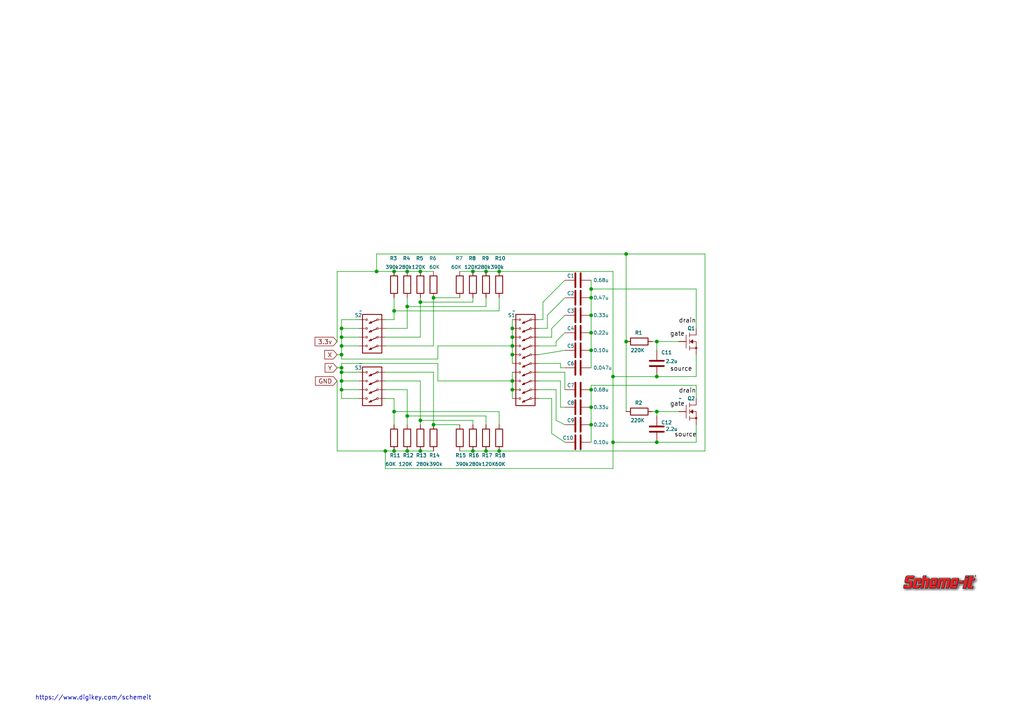
<source format=kicad_sch>
(kicad_sch (version 20211123) (generator eeschema)
  (paper "A4")
  (title_block (title "Open Heartbeat Module") (date "2022-10-12"))
  (lib_symbols
    (symbol "1738_DIP_4_OPEN_DIP_1" (pin_numbers hide) (pin_names (offset 1.016) hide)
      (property "Reference" "S2" (at 3.81 -5.08 0))
      (property "Value" "1738_DIP_4_OPEN_DIP_1" (at 3.81 -6.35 0))
      (symbol "1738_DIP_4_OPEN_DIP_1_1_1"
        (pin passive line (at -3.81 3.81 0) (length 1.8288) (name "~") (number "1"))
        (pin passive line (at -3.81 1.27 0) (length 1.8288) (name "~") (number "2"))
        (pin passive line (at -3.81 -1.27 0) (length 1.8288) (name "~") (number "3"))
        (pin passive line (at -3.81 -3.81 0) (length 1.8288) (name "~") (number "4"))
        (pin passive line (at 3.81 -3.81 180) (length 1.651) (name "~") (number "5"))
        (pin passive line (at 3.81 -1.27 180) (length 1.651) (name "~") (number "6"))
        (pin passive line (at 3.81 1.27 180) (length 1.651) (name "~") (number "7"))
        (pin passive line (at 3.81 3.81 180) (length 1.651) (name "~") (number "8"))
      )
    )
    (symbol "Device:C" (pin_numbers hide) (pin_names (offset 0.254))
      (property "Reference" "C" (at 0.635 2.54 0))
      (property "Value" "C" (at 0.635 -2.54 0))
      (symbol "C_1_1"
        (pin passive line (at 0 3.81 270) (length 2.794) (name "~") (number "1"))
        (pin passive line (at 0 -3.81 90) (length 2.794) (name "~") (number "2"))
      )
    )
    (symbol "Device:R" (pin_numbers hide) (pin_names (offset 0))
      (property "Reference" "R" (at 2.032 0 90))
      (property "Value" "R" (at 0 0 90))
      (symbol "R_1_1"
        (pin passive line (at 0 3.81 270) (length 1.27) (name "~") (number "1"))
        (pin passive line (at 0 -3.81 90) (length 1.27) (name "~") (number "2"))
      )
    )
    (symbol "schemeit-project:1297_N_CH_ENH_1" (pin_numbers hide) (pin_names (offset 1.016) hide)
      (property "Reference" "U" (at -2.54 3.81 0))
      (property "Value" "1297_N_CH_ENH_1" (at 0 -3.81 0))
      (symbol "1297_N_CH_ENH_1_1_1"
        (pin passive line (at 1.905 3.81 270) (length 1.8542) (name "~") (number "1"))
        (pin passive line (at 1.905 -3.81 90) (length 1.27) (name "~") (number "2"))
        (pin passive line (at -3.175 0 0) (length 2.032) (name "~") (number "3"))
      )
    )
    (symbol "schemeit-project:1738_DIP_4_OPEN_DIP" (pin_numbers hide) (pin_names (offset 1.016) hide)
      (property "Reference" "S3" (at 3.81 -5.08 0))
      (property "Value" "~" (at 3.81 -6.35 0))
      (symbol "1738_DIP_4_OPEN_DIP_1_1"
        (pin passive line (at -3.81 3.81 0) (length 1.8288) (name "~") (number "1"))
        (pin passive line (at -3.81 1.27 0) (length 1.8288) (name "~") (number "2"))
        (pin passive line (at -3.81 -1.27 0) (length 1.8288) (name "~") (number "3"))
        (pin passive line (at -3.81 -3.81 0) (length 1.8288) (name "~") (number "4"))
        (pin passive line (at 3.81 -3.81 180) (length 1.651) (name "~") (number "5"))
        (pin passive line (at 3.81 -1.27 180) (length 1.651) (name "~") (number "6"))
        (pin passive line (at 3.81 1.27 180) (length 1.651) (name "~") (number "7"))
        (pin passive line (at 3.81 3.81 180) (length 1.651) (name "~") (number "8"))
      )
    )
    (symbol "schemeit-project:1744_DIP_10_OPEN_DIP" (pin_numbers hide) (pin_names (offset 1.016) hide)
      (property "Reference" "S1" (at 3.81 -12.7 0))
      (property "Value" "~" (at 3.81 -13.97 0))
      (symbol "1744_DIP_10_OPEN_DIP_1_1"
        (pin passive line (at -3.81 11.43 0) (length 1.8288) (name "~") (number "1"))
        (pin passive line (at -3.81 -11.43 0) (length 1.8288) (name "~") (number "10"))
        (pin passive line (at 3.81 -11.43 180) (length 1.651) (name "~") (number "11"))
        (pin passive line (at 3.81 -8.89 180) (length 1.651) (name "~") (number "12"))
        (pin passive line (at 3.81 -6.35 180) (length 1.651) (name "~") (number "13"))
        (pin passive line (at 3.81 -3.81 180) (length 1.651) (name "~") (number "14"))
        (pin passive line (at 3.81 -1.27 180) (length 1.651) (name "~") (number "15"))
        (pin passive line (at 3.81 1.27 180) (length 1.651) (name "~") (number "16"))
        (pin passive line (at 3.81 3.81 180) (length 1.651) (name "~") (number "17"))
        (pin passive line (at 3.81 6.35 180) (length 1.651) (name "~") (number "18"))
        (pin passive line (at 3.81 8.89 180) (length 1.651) (name "~") (number "19"))
        (pin passive line (at -3.81 8.89 0) (length 1.8288) (name "~") (number "2"))
        (pin passive line (at 3.81 11.43 180) (length 1.651) (name "~") (number "20"))
        (pin passive line (at -3.81 6.35 0) (length 1.8288) (name "~") (number "3"))
        (pin passive line (at -3.81 3.81 0) (length 1.8288) (name "~") (number "4"))
        (pin passive line (at -3.81 1.27 0) (length 1.8288) (name "~") (number "5"))
        (pin passive line (at -3.81 -1.27 0) (length 1.8288) (name "~") (number "6"))
        (pin passive line (at -3.81 -3.81 0) (length 1.8288) (name "~") (number "7"))
        (pin passive line (at -3.81 -6.35 0) (length 1.8288) (name "~") (number "8"))
        (pin passive line (at -3.81 -8.89 0) (length 1.8288) (name "~") (number "9"))
      )
    )
  )
  (junction (at 140.97 130.81))
  (junction (at 148.59 102.87))
  (junction (at 190.5 119.38))
  (junction (at 177.8 128.27))
  (junction (at 190.5 99.06))
  (junction (at 114.3 130.81))
  (junction (at 125.73 86.36))
  (junction (at 171.45 118.11))
  (junction (at 177.8 109.22))
  (junction (at 99.06 97.79))
  (junction (at 137.16 130.81))
  (junction (at 148.59 100.33))
  (junction (at 99.06 102.87))
  (junction (at 171.45 91.44))
  (junction (at 99.06 106.68))
  (junction (at 99.06 100.33))
  (junction (at 118.11 78.74))
  (junction (at 171.45 96.52))
  (junction (at 190.5 109.22))
  (junction (at 181.61 99.06))
  (junction (at 121.92 78.74))
  (junction (at 140.97 78.74))
  (junction (at 99.06 95.25))
  (junction (at 137.16 78.74))
  (junction (at 114.3 78.74))
  (junction (at 190.5 128.27))
  (junction (at 148.59 113.03))
  (junction (at 144.78 78.74))
  (junction (at 148.59 110.49))
  (junction (at 99.06 107.95))
  (junction (at 171.45 86.36))
  (junction (at 118.11 120.65))
  (junction (at 114.3 119.38))
  (junction (at 148.59 95.25))
  (junction (at 171.45 101.6))
  (junction (at 171.45 83.82))
  (junction (at 109.22 78.74))
  (junction (at 121.92 121.92))
  (junction (at 171.45 113.03))
  (junction (at 181.61 73.66))
  (junction (at 99.06 110.49))
  (junction (at 148.59 97.79))
  (junction (at 111.76 130.81))
  (junction (at 99.06 113.03))
  (junction (at 125.73 123.19))
  (junction (at 171.45 123.19))
  (junction (at 118.11 88.9))
  (junction (at 118.11 130.81))
  (junction (at 121.92 130.81))
  (junction (at 121.92 87.63))
  (junction (at 114.3 90.17))
  (junction (at 144.78 130.81))
  (wire (pts (xy 97.79 99.06) (xy 97.79 78.74)))
  (wire (pts (xy 137.16 121.92) (xy 137.16 123.19)))
  (wire (pts (xy 97.79 110.49) (xy 97.79 130.81)))
  (wire (pts (xy 104.14 95.25) (xy 99.06 95.25)))
  (wire (pts (xy 190.5 109.22) (xy 177.8 109.22)))
  (wire (pts (xy 163.83 91.44) (xy 160.02 95.25)))
  (wire (pts (xy 171.45 91.44) (xy 171.45 96.52)))
  (wire (pts (xy 114.3 115.57) (xy 114.3 119.38)))
  (wire (pts (xy 99.06 104.14) (xy 99.06 102.87)))
  (wire (pts (xy 111.76 107.95) (xy 125.73 107.95)))
  (wire (pts (xy 114.3 92.71) (xy 114.3 90.17)))
  (wire (pts (xy 111.76 113.03) (xy 118.11 113.03)))
  (wire (pts (xy 157.48 87.63) (xy 163.83 81.28)))
  (wire (pts (xy 201.93 109.22) (xy 190.5 109.22)))
  (wire (pts (xy 99.06 97.79) (xy 99.06 95.25)))
  (wire (pts (xy 118.11 86.36) (xy 118.11 88.9)))
  (wire (pts (xy 201.93 102.87) (xy 201.93 109.22)))
  (wire (pts (xy 190.5 119.38) (xy 189.23 119.38)))
  (wire (pts (xy 99.06 95.25) (xy 99.06 92.71)))
  (wire (pts (xy 162.56 110.49) (xy 156.21 110.49)))
  (wire (pts (xy 99.06 115.57) (xy 104.14 115.57)))
  (wire (pts (xy 201.93 95.25) (xy 201.93 83.82)))
  (wire (pts (xy 171.45 81.28) (xy 171.45 83.82)))
  (wire (pts (xy 140.97 88.9) (xy 140.97 86.36)))
  (wire (pts (xy 162.56 118.11) (xy 162.56 110.49)))
  (wire (pts (xy 118.11 88.9) (xy 140.97 88.9)))
  (wire (pts (xy 133.35 130.81) (xy 137.16 130.81)))
  (wire (pts (xy 158.75 95.25) (xy 156.21 95.25)))
  (wire (pts (xy 162.56 106.68) (xy 162.56 105.41)))
  (wire (pts (xy 163.83 106.68) (xy 162.56 106.68)))
  (wire (pts (xy 127 104.14) (xy 99.06 104.14)))
  (wire (pts (xy 163.83 96.52) (xy 161.29 99.06)))
  (wire (pts (xy 148.59 92.71) (xy 148.59 95.25)))
  (wire (pts (xy 104.14 110.49) (xy 99.06 110.49)))
  (wire (pts (xy 104.14 113.03) (xy 99.06 113.03)))
  (wire (pts (xy 201.93 123.19) (xy 201.93 128.27)))
  (wire (pts (xy 125.73 100.33) (xy 125.73 86.36)))
  (wire (pts (xy 171.45 86.36) (xy 171.45 91.44)))
  (wire (pts (xy 163.83 107.95) (xy 156.21 107.95)))
  (wire (pts (xy 125.73 86.36) (xy 133.35 86.36)))
  (wire (pts (xy 157.48 92.71) (xy 157.48 87.63)))
  (wire (pts (xy 127 100.33) (xy 127 104.14)))
  (wire (pts (xy 148.59 115.57) (xy 148.59 113.03)))
  (wire (pts (xy 111.76 92.71) (xy 114.3 92.71)))
  (wire (pts (xy 163.83 101.6) (xy 156.21 102.87)))
  (wire (pts (xy 148.59 100.33) (xy 127 100.33)))
  (wire (pts (xy 121.92 110.49) (xy 121.92 121.92)))
  (wire (pts (xy 133.35 78.74) (xy 137.16 78.74)))
  (wire (pts (xy 171.45 113.03) (xy 171.45 118.11)))
  (wire (pts (xy 104.14 107.95) (xy 99.06 107.95)))
  (wire (pts (xy 190.5 99.06) (xy 190.5 101.6)))
  (wire (pts (xy 163.83 128.27) (xy 160.02 125.73)))
  (wire (pts (xy 137.16 87.63) (xy 121.92 87.63)))
  (wire (pts (xy 114.3 90.17) (xy 114.3 86.36)))
  (wire (pts (xy 118.11 130.81) (xy 121.92 130.81)))
  (wire (pts (xy 125.73 130.81) (xy 121.92 130.81)))
  (wire (pts (xy 99.06 110.49) (xy 99.06 113.03)))
  (wire (pts (xy 144.78 78.74) (xy 177.8 78.74)))
  (wire (pts (xy 137.16 78.74) (xy 140.97 78.74)))
  (wire (pts (xy 99.06 113.03) (xy 99.06 115.57)))
  (wire (pts (xy 204.47 73.66) (xy 204.47 130.81)))
  (wire (pts (xy 148.59 102.87) (xy 148.59 100.33)))
  (wire (pts (xy 161.29 121.92) (xy 163.83 123.19)))
  (wire (pts (xy 190.5 128.27) (xy 177.8 128.27)))
  (wire (pts (xy 99.06 105.41) (xy 99.06 106.68)))
  (wire (pts (xy 118.11 113.03) (xy 118.11 120.65)))
  (wire (pts (xy 137.16 86.36) (xy 137.16 87.63)))
  (wire (pts (xy 158.75 91.44) (xy 158.75 95.25)))
  (wire (pts (xy 171.45 101.6) (xy 171.45 106.68)))
  (wire (pts (xy 190.5 120.65) (xy 190.5 119.38)))
  (wire (pts (xy 171.45 118.11) (xy 171.45 123.19)))
  (wire (pts (xy 118.11 78.74) (xy 121.92 78.74)))
  (wire (pts (xy 111.76 135.89) (xy 111.76 130.81)))
  (wire (pts (xy 137.16 130.81) (xy 140.97 130.81)))
  (wire (pts (xy 163.83 118.11) (xy 162.56 118.11)))
  (wire (pts (xy 97.79 78.74) (xy 109.22 78.74)))
  (wire (pts (xy 177.8 135.89) (xy 111.76 135.89)))
  (wire (pts (xy 104.14 100.33) (xy 99.06 100.33)))
  (wire (pts (xy 121.92 87.63) (xy 121.92 86.36)))
  (wire (pts (xy 171.45 123.19) (xy 171.45 128.27)))
  (wire (pts (xy 121.92 121.92) (xy 137.16 121.92)))
  (wire (pts (xy 99.06 92.71) (xy 104.14 92.71)))
  (wire (pts (xy 160.02 97.79) (xy 156.21 97.79)))
  (wire (pts (xy 181.61 73.66) (xy 109.22 73.66)))
  (wire (pts (xy 114.3 123.19) (xy 114.3 119.38)))
  (wire (pts (xy 104.14 97.79) (xy 99.06 97.79)))
  (wire (pts (xy 121.92 97.79) (xy 121.92 87.63)))
  (wire (pts (xy 148.59 105.41) (xy 148.59 102.87)))
  (wire (pts (xy 162.56 105.41) (xy 156.21 105.41)))
  (wire (pts (xy 118.11 95.25) (xy 118.11 88.9)))
  (wire (pts (xy 125.73 107.95) (xy 125.73 123.19)))
  (wire (pts (xy 114.3 119.38) (xy 144.78 119.38)))
  (wire (pts (xy 201.93 115.57) (xy 201.93 111.76)))
  (wire (pts (xy 118.11 120.65) (xy 118.11 123.19)))
  (wire (pts (xy 156.21 92.71) (xy 157.48 92.71)))
  (wire (pts (xy 181.61 99.06) (xy 181.61 73.66)))
  (wire (pts (xy 201.93 111.76) (xy 171.45 111.76)))
  (wire (pts (xy 111.76 95.25) (xy 118.11 95.25)))
  (wire (pts (xy 111.76 115.57) (xy 114.3 115.57)))
  (wire (pts (xy 114.3 78.74) (xy 118.11 78.74)))
  (wire (pts (xy 97.79 130.81) (xy 111.76 130.81)))
  (wire (pts (xy 160.02 95.25) (xy 160.02 97.79)))
  (wire (pts (xy 160.02 115.57) (xy 156.21 115.57)))
  (wire (pts (xy 144.78 86.36) (xy 144.78 90.17)))
  (wire (pts (xy 163.83 86.36) (xy 158.75 91.44)))
  (wire (pts (xy 171.45 83.82) (xy 171.45 86.36)))
  (wire (pts (xy 97.79 106.68) (xy 99.06 106.68)))
  (wire (pts (xy 127 105.41) (xy 99.06 105.41)))
  (wire (pts (xy 111.76 97.79) (xy 121.92 97.79)))
  (wire (pts (xy 111.76 130.81) (xy 114.3 130.81)))
  (wire (pts (xy 177.8 128.27) (xy 177.8 135.89)))
  (wire (pts (xy 161.29 99.06) (xy 161.29 100.33)))
  (wire (pts (xy 171.45 111.76) (xy 171.45 113.03)))
  (wire (pts (xy 148.59 95.25) (xy 148.59 97.79)))
  (wire (pts (xy 144.78 90.17) (xy 114.3 90.17)))
  (wire (pts (xy 190.5 99.06) (xy 196.85 99.06)))
  (wire (pts (xy 140.97 78.74) (xy 144.78 78.74)))
  (wire (pts (xy 144.78 119.38) (xy 144.78 123.19)))
  (wire (pts (xy 109.22 78.74) (xy 114.3 78.74)))
  (wire (pts (xy 204.47 73.66) (xy 181.61 73.66)))
  (wire (pts (xy 144.78 130.81) (xy 204.47 130.81)))
  (wire (pts (xy 99.06 107.95) (xy 99.06 110.49)))
  (wire (pts (xy 161.29 100.33) (xy 156.21 100.33)))
  (wire (pts (xy 125.73 123.19) (xy 133.35 123.19)))
  (wire (pts (xy 156.21 113.03) (xy 161.29 113.03)))
  (wire (pts (xy 109.22 73.66) (xy 109.22 78.74)))
  (wire (pts (xy 201.93 83.82) (xy 171.45 83.82)))
  (wire (pts (xy 148.59 113.03) (xy 148.59 110.49)))
  (wire (pts (xy 148.59 110.49) (xy 127 110.49)))
  (wire (pts (xy 99.06 100.33) (xy 99.06 97.79)))
  (wire (pts (xy 171.45 96.52) (xy 171.45 101.6)))
  (wire (pts (xy 163.83 113.03) (xy 163.83 107.95)))
  (wire (pts (xy 189.23 99.06) (xy 190.5 99.06)))
  (wire (pts (xy 140.97 130.81) (xy 144.78 130.81)))
  (wire (pts (xy 111.76 100.33) (xy 125.73 100.33)))
  (wire (pts (xy 160.02 125.73) (xy 160.02 115.57)))
  (wire (pts (xy 177.8 78.74) (xy 177.8 109.22)))
  (wire (pts (xy 201.93 128.27) (xy 190.5 128.27)))
  (wire (pts (xy 127 110.49) (xy 127 105.41)))
  (wire (pts (xy 114.3 130.81) (xy 118.11 130.81)))
  (wire (pts (xy 181.61 119.38) (xy 181.61 99.06)))
  (wire (pts (xy 97.79 102.87) (xy 99.06 102.87)))
  (wire (pts (xy 148.59 107.95) (xy 148.59 110.49)))
  (wire (pts (xy 121.92 123.19) (xy 121.92 121.92)))
  (wire (pts (xy 99.06 106.68) (xy 99.06 107.95)))
  (wire (pts (xy 140.97 123.19) (xy 140.97 120.65)))
  (wire (pts (xy 177.8 109.22) (xy 177.8 128.27)))
  (wire (pts (xy 196.85 119.38) (xy 190.5 119.38)))
  (wire (pts (xy 148.59 97.79) (xy 148.59 100.33)))
  (wire (pts (xy 161.29 113.03) (xy 161.29 121.92)))
  (wire (pts (xy 140.97 120.65) (xy 118.11 120.65)))
  (wire (pts (xy 125.73 78.74) (xy 121.92 78.74)))
  (wire (pts (xy 99.06 102.87) (xy 99.06 100.33)))
  (wire (pts (xy 111.76 110.49) (xy 121.92 110.49)))
  (image (at 272.7452 168.91) (scale 1.5))
  (text "https://www.digikey.com/schemeit" (at 10.16 203.2 0) (effects (font (size 1.27 1.27)) (justify left bottom)))
  (label "drain" (at 196.85 114.3 0))
  (label "drain" (at 196.85 93.98 0))
  (label "source" (at 195.58 127 0))
  (label "gate" (at 194.31 118.11 0))
  (label "source" (at 194.31 107.95 0))
  (label "gate" (at 194.31 97.79 0))
  (global_label "3.3v" (shape input) (at 97.79 99.06 180) (property "Intersheet References" "${INTERSHEET_REFS}" (effects hide)))
  (global_label "X" (shape input) (at 97.79 102.87 180) (property "Intersheet References" "${INTERSHEET_REFS}" (effects hide)))
  (global_label "GND" (shape input) (at 97.79 110.49 180) (property "Intersheet References" "${INTERSHEET_REFS}" (effects hide)))
  (global_label "Y" (shape input) (at 97.79 106.68 180) (property "Intersheet References" "${INTERSHEET_REFS}" (effects hide)))
  (symbol (lib_id "schemeit-project:1297_N_CH_ENH_1") (at 200.025 99.06 0) (unit 1)
    (property "Reference" "Q1" (at 199.39 95.25 0) (effects (font (size 1.016 1.016)) (justify left)))
    (property "Footprint" "Package_TO_SOT_SMD:SOT-323_SC-70" (effects hide))
    (property "Name" "N-CH" (effects hide))
    (property "Manufacturer" "-" (effects hide))
  )
  (symbol (lib_id "schemeit-project:1297_N_CH_ENH_1") (at 200.025 119.38 0) (unit 1)
    (property "Reference" "Q2" (at 199.39 115.57 0) (effects (font (size 1.016 1.016)) (justify left)))
    (property "Value" "~" (at 196.85 115.57 0) (effects (font (size 1.016 1.016)) (justify left)))
    (property "Footprint" "Package_TO_SOT_SMD:SOT-323_SC-70" (effects hide))
    (property "Name" "N-CH" (effects hide))
    (property "Manufacturer" "-" (effects hide))
  )
  (symbol (lib_id "schemeit-project:1744_DIP_10_OPEN_DIP") (at 152.4 104.14 180) (unit 1)
    (property "Reference" "S1" (at 147.32 91.44 0) (effects (font (size 1.016 1.016)) (justify right)))
    (property "Value" "~" (at 148.59 90.17 0) (effects (font (size 1.016 1.016)) (justify right)))
    (property "Footprint" "Button_Switch_SMD:SW_DIP_SPSTx10_Slide_Copal_CHS-10B_W7.62mm_P1.27mm" (effects hide))
    (property "Name" "DIP 10" (effects hide))
    (property "Manufacturer" "-" (effects hide))
  )
  (symbol (lib_id "Device:C") (at 167.64 81.28 270) (unit 1)
    (property "Reference" "C1" (at 164.465 80.01 90) (effects (font (size 1.016 1.016)) (justify left)))
    (property "Value" "0.68u" (at 172.085 81.28 90) (effects (font (size 1.016 1.016)) (justify left)))
    (property "Footprint" "Capacitor_SMD:C_0402_1005Metric" (effects hide))
    (property "Name" "NON POLARIZED" (effects hide))
    (property "Manufacturer" "-" (effects hide))
  )
  (symbol (lib_id "Device:C") (at 167.64 86.36 270) (unit 1)
    (property "Reference" "C2" (at 164.465 85.09 90) (effects (font (size 1.016 1.016)) (justify left)))
    (property "Value" "0.47u" (at 172.085 86.36 90) (effects (font (size 1.016 1.016)) (justify left)))
    (property "Footprint" "Capacitor_SMD:C_0402_1005Metric" (effects hide))
    (property "Name" "NON POLARIZED" (effects hide))
    (property "Manufacturer" "-" (effects hide))
  )
  (symbol (lib_id "Device:C") (at 167.64 91.44 270) (unit 1)
    (property "Reference" "C3" (at 164.465 90.17 90) (effects (font (size 1.016 1.016)) (justify left)))
    (property "Value" "0.33u" (at 172.085 91.44 90) (effects (font (size 1.016 1.016)) (justify left)))
    (property "Footprint" "Capacitor_SMD:C_0402_1005Metric" (effects hide))
    (property "Name" "NON POLARIZED" (effects hide))
    (property "Manufacturer" "-" (effects hide))
  )
  (symbol (lib_id "Device:C") (at 167.64 96.52 270) (unit 1)
    (property "Reference" "C4" (at 164.465 95.25 90) (effects (font (size 1.016 1.016)) (justify left)))
    (property "Value" "0.22u" (at 172.085 96.52 90) (effects (font (size 1.016 1.016)) (justify left)))
    (property "Footprint" "Capacitor_SMD:C_0402_1005Metric" (effects hide))
    (property "Name" "NON POLARIZED" (effects hide))
    (property "Manufacturer" "-" (effects hide))
  )
  (symbol (lib_id "Device:C") (at 167.64 101.6 270) (unit 1)
    (property "Reference" "C5" (at 164.465 100.33 90) (effects (font (size 1.016 1.016)) (justify left)))
    (property "Value" "0.10u" (at 172.085 101.6 90) (effects (font (size 1.016 1.016)) (justify left)))
    (property "Footprint" "Capacitor_SMD:C_0402_1005Metric" (effects hide))
    (property "Name" "NON POLARIZED" (effects hide))
    (property "Manufacturer" "-" (effects hide))
  )
  (symbol (lib_id "Device:C") (at 167.64 106.68 270) (unit 1)
    (property "Reference" "C6" (at 164.465 105.41 90) (effects (font (size 1.016 1.016)) (justify left)))
    (property "Value" "0.047u" (at 172.085 106.68 90) (effects (font (size 1.016 1.016)) (justify left)))
    (property "Footprint" "Capacitor_SMD:C_0402_1005Metric" (effects hide))
    (property "Name" "NON POLARIZED" (effects hide))
    (property "Manufacturer" "-" (effects hide))
  )
  (symbol (lib_id "Device:C") (at 167.64 113.03 270) (unit 1)
    (property "Reference" "C7" (at 164.465 111.76 90) (effects (font (size 1.016 1.016)) (justify left)))
    (property "Value" "0.68u" (at 172.085 113.03 90) (effects (font (size 1.016 1.016)) (justify left)))
    (property "Footprint" "Capacitor_SMD:C_0402_1005Metric" (effects hide))
    (property "Name" "NON POLARIZED" (effects hide))
    (property "Manufacturer" "-" (effects hide))
  )
  (symbol (lib_id "Device:C") (at 167.64 118.11 270) (unit 1)
    (property "Reference" "C8" (at 164.465 116.84 90) (effects (font (size 1.016 1.016)) (justify left)))
    (property "Value" "0.33u" (at 172.085 118.11 90) (effects (font (size 1.016 1.016)) (justify left)))
    (property "Footprint" "Capacitor_SMD:C_0402_1005Metric" (effects hide))
    (property "Name" "NON POLARIZED" (effects hide))
    (property "Manufacturer" "-" (effects hide))
  )
  (symbol (lib_id "Device:C") (at 167.64 123.19 270) (unit 1)
    (property "Reference" "C9" (at 164.465 121.92 90) (effects (font (size 1.016 1.016)) (justify left)))
    (property "Value" "0.22u" (at 172.085 123.19 90) (effects (font (size 1.016 1.016)) (justify left)))
    (property "Footprint" "Capacitor_SMD:C_0402_1005Metric" (effects hide))
    (property "Name" "NON POLARIZED" (effects hide))
    (property "Manufacturer" "-" (effects hide))
  )
  (symbol (lib_id "Device:C") (at 167.64 128.27 270) (unit 1)
    (property "Reference" "C10" (at 163.195 127 90) (effects (font (size 1.016 1.016)) (justify left)))
    (property "Value" "0.10u" (at 172.085 128.27 90) (effects (font (size 1.016 1.016)) (justify left)))
    (property "Footprint" "Capacitor_SMD:C_0402_1005Metric" (effects hide))
    (property "Name" "NON POLARIZED" (effects hide))
    (property "Manufacturer" "-" (effects hide))
  )
  (symbol (lib_id "Device:R") (at 185.42 99.06 270) (unit 1)
    (property "Reference" "R1" (at 184.15 96.52 90) (effects (font (size 1.016 1.016)) (justify left)))
    (property "Value" "220K" (at 182.88 101.6 90) (effects (font (size 1.016 1.016)) (justify left)))
    (property "Footprint" "Resistor_SMD:R_0402_1005Metric" (effects hide))
    (property "Name" "RESISTOR" (effects hide))
    (property "Manufacturer" "-" (effects hide))
  )
  (symbol (lib_id "Device:R") (at 185.42 119.38 270) (unit 1)
    (property "Reference" "R2" (at 184.15 116.84 90) (effects (font (size 1.016 1.016)) (justify left)))
    (property "Value" "220K" (at 182.88 121.92 90) (effects (font (size 1.016 1.016)) (justify left)))
    (property "Footprint" "Resistor_SMD:R_0402_1005Metric" (effects hide))
    (property "Name" "RESISTOR" (effects hide))
    (property "Manufacturer" "-" (effects hide))
  )
  (symbol (lib_id "Device:C") (at 190.5 105.41 0) (unit 1)
    (property "Reference" "C11" (at 191.77 102.235 0) (effects (font (size 1.016 1.016)) (justify left)))
    (property "Value" "2.2u" (at 193.04 104.775 0) (effects (font (size 1.016 1.016)) (justify left)))
    (property "Footprint" "Capacitor_SMD:C_0402_1005Metric" (effects hide))
    (property "Name" "NON POLARIZED" (effects hide))
    (property "Manufacturer" "-" (effects hide))
  )
  (symbol (lib_id "Device:C") (at 190.5 124.46 0) (unit 1)
    (property "Reference" "C12" (at 191.77 122.555 0) (effects (font (size 1.016 1.016)) (justify left)))
    (property "Value" "2.2u" (at 193.04 124.46 0) (effects (font (size 1.016 1.016)) (justify left)))
    (property "Footprint" "Capacitor_SMD:C_0402_1005Metric" (effects hide))
    (property "Name" "NON POLARIZED" (effects hide))
    (property "Manufacturer" "-" (effects hide))
  )
  (symbol (lib_name "1738_DIP_4_OPEN_DIP_1") (lib_id "schemeit-project:1738_DIP_4_OPEN_DIP") (at 107.95 96.52 180) (unit 1)
    (property "Reference" "S2" (at 102.87 91.44 0) (effects (font (size 1.016 1.016)) (justify right)))
    (property "Value" "~" (at 104.14 90.17 0) (effects (font (size 1.016 1.016)) (justify right)))
    (property "Footprint" "Button_Switch_SMD:SW_DIP_SPSTx04_Slide_Copal_CHS-04B_W7.62mm_P1.27mm" (effects hide))
    (property "Name" "DIP 4" (effects hide))
    (property "Manufacturer" "-" (effects hide))
  )
  (symbol (lib_id "schemeit-project:1738_DIP_4_OPEN_DIP") (at 107.95 111.76 180) (unit 1)
    (property "Reference" "S3" (at 102.87 106.68 0) (effects (font (size 1.016 1.016)) (justify right)))
    (property "Value" "~" (at 104.14 105.41 0) (effects (font (size 1.016 1.016)) (justify right)))
    (property "Footprint" "Button_Switch_SMD:SW_DIP_SPSTx04_Slide_Copal_CHS-04B_W7.62mm_P1.27mm" (effects hide))
    (property "Name" "DIP 4" (effects hide))
    (property "Manufacturer" "-" (effects hide))
  )
  (symbol (lib_id "Device:R") (at 114.3 82.55 0) (unit 1)
    (property "Reference" "R3" (at 113.03 74.93 0) (effects (font (size 1.016 1.016)) (justify left)))
    (property "Value" "390k" (at 111.76 77.47 0) (effects (font (size 1.016 1.016)) (justify left)))
    (property "Footprint" "Resistor_SMD:R_0402_1005Metric" (effects hide))
    (property "Name" "RESISTOR" (effects hide))
    (property "Manufacturer" "-" (effects hide))
  )
  (symbol (lib_id "Device:R") (at 118.11 82.55 0) (unit 1)
    (property "Reference" "R4" (at 116.84 74.93 0) (effects (font (size 1.016 1.016)) (justify left)))
    (property "Value" "280k" (at 115.57 77.47 0) (effects (font (size 1.016 1.016)) (justify left)))
    (property "Footprint" "Resistor_SMD:R_0402_1005Metric" (effects hide))
    (property "Name" "RESISTOR" (effects hide))
    (property "Manufacturer" "-" (effects hide))
  )
  (symbol (lib_id "Device:R") (at 121.92 82.55 0) (unit 1)
    (property "Reference" "R5" (at 120.65 74.93 0) (effects (font (size 1.016 1.016)) (justify left)))
    (property "Value" "120K" (at 119.38 77.47 0) (effects (font (size 1.016 1.016)) (justify left)))
    (property "Footprint" "Resistor_SMD:R_0402_1005Metric" (effects hide))
    (property "Name" "RESISTOR" (effects hide))
    (property "Manufacturer" "-" (effects hide))
  )
  (symbol (lib_id "Device:R") (at 125.73 82.55 0) (unit 1)
    (property "Reference" "R6" (at 124.46 74.93 0) (effects (font (size 1.016 1.016)) (justify left)))
    (property "Value" "60K" (at 124.46 77.47 0) (effects (font (size 1.016 1.016)) (justify left)))
    (property "Footprint" "Resistor_SMD:R_0402_1005Metric" (effects hide))
    (property "Name" "RESISTOR" (effects hide))
    (property "Manufacturer" "-" (effects hide))
  )
  (symbol (lib_id "Device:R") (at 133.35 82.55 0) (unit 1)
    (property "Reference" "R7" (at 132.08 74.93 0) (effects (font (size 1.016 1.016)) (justify left)))
    (property "Value" "60K" (at 130.81 77.47 0) (effects (font (size 1.016 1.016)) (justify left)))
    (property "Footprint" "Resistor_SMD:R_0402_1005Metric" (effects hide))
    (property "Name" "RESISTOR" (effects hide))
    (property "Manufacturer" "-" (effects hide))
  )
  (symbol (lib_id "Device:R") (at 137.16 82.55 0) (unit 1)
    (property "Reference" "R8" (at 135.89 74.93 0) (effects (font (size 1.016 1.016)) (justify left)))
    (property "Value" "120K" (at 134.62 77.47 0) (effects (font (size 1.016 1.016)) (justify left)))
    (property "Footprint" "Resistor_SMD:R_0402_1005Metric" (effects hide))
    (property "Name" "RESISTOR" (effects hide))
    (property "Manufacturer" "-" (effects hide))
  )
  (symbol (lib_id "Device:R") (at 140.97 82.55 0) (unit 1)
    (property "Reference" "R9" (at 139.7 74.93 0) (effects (font (size 1.016 1.016)) (justify left)))
    (property "Value" "280k" (at 138.43 77.47 0) (effects (font (size 1.016 1.016)) (justify left)))
    (property "Footprint" "Resistor_SMD:R_0402_1005Metric" (effects hide))
    (property "Name" "RESISTOR" (effects hide))
    (property "Manufacturer" "-" (effects hide))
  )
  (symbol (lib_id "Device:R") (at 144.78 82.55 0) (unit 1)
    (property "Reference" "R10" (at 143.51 74.93 0) (effects (font (size 1.016 1.016)) (justify left)))
    (property "Value" "390k" (at 142.24 77.47 0) (effects (font (size 1.016 1.016)) (justify left)))
    (property "Footprint" "Resistor_SMD:R_0402_1005Metric" (effects hide))
    (property "Name" "RESISTOR" (effects hide))
    (property "Manufacturer" "-" (effects hide))
  )
  (symbol (lib_id "Device:R") (at 114.3 127 180) (unit 1)
    (property "Reference" "R11" (at 113.03 132.08 0) (effects (font (size 1.016 1.016)) (justify right)))
    (property "Value" "60K" (at 111.76 134.62 0) (effects (font (size 1.016 1.016)) (justify right)))
    (property "Footprint" "Resistor_SMD:R_0402_1005Metric" (effects hide))
    (property "Name" "RESISTOR" (effects hide))
    (property "Manufacturer" "-" (effects hide))
  )
  (symbol (lib_id "Device:R") (at 118.11 127 180) (unit 1)
    (property "Reference" "R12" (at 116.84 132.08 0) (effects (font (size 1.016 1.016)) (justify right)))
    (property "Value" "120K" (at 115.57 134.62 0) (effects (font (size 1.016 1.016)) (justify right)))
    (property "Footprint" "Resistor_SMD:R_0402_1005Metric" (effects hide))
    (property "Name" "RESISTOR" (effects hide))
    (property "Manufacturer" "-" (effects hide))
  )
  (symbol (lib_id "Device:R") (at 121.92 127 180) (unit 1)
    (property "Reference" "R13" (at 120.65 132.08 0) (effects (font (size 1.016 1.016)) (justify right)))
    (property "Value" "280k" (at 120.65 134.62 0) (effects (font (size 1.016 1.016)) (justify right)))
    (property "Footprint" "Resistor_SMD:R_0402_1005Metric" (effects hide))
    (property "Name" "RESISTOR" (effects hide))
    (property "Manufacturer" "-" (effects hide))
  )
  (symbol (lib_id "Device:R") (at 125.73 127 180) (unit 1)
    (property "Reference" "R14" (at 124.46 132.08 0) (effects (font (size 1.016 1.016)) (justify right)))
    (property "Value" "390k" (at 124.46 134.62 0) (effects (font (size 1.016 1.016)) (justify right)))
    (property "Footprint" "Resistor_SMD:R_0402_1005Metric" (effects hide))
    (property "Name" "RESISTOR" (effects hide))
    (property "Manufacturer" "-" (effects hide))
  )
  (symbol (lib_id "Device:R") (at 133.35 127 180) (unit 1)
    (property "Reference" "R15" (at 132.08 132.08 0) (effects (font (size 1.016 1.016)) (justify right)))
    (property "Value" "390k" (at 132.08 134.62 0) (effects (font (size 1.016 1.016)) (justify right)))
    (property "Footprint" "Resistor_SMD:R_0402_1005Metric" (effects hide))
    (property "Name" "RESISTOR" (effects hide))
    (property "Manufacturer" "-" (effects hide))
  )
  (symbol (lib_id "Device:R") (at 137.16 127 180) (unit 1)
    (property "Reference" "R16" (at 135.89 132.08 0) (effects (font (size 1.016 1.016)) (justify right)))
    (property "Value" "280k" (at 135.89 134.62 0) (effects (font (size 1.016 1.016)) (justify right)))
    (property "Footprint" "Resistor_SMD:R_0402_1005Metric" (effects hide))
    (property "Name" "RESISTOR" (effects hide))
    (property "Manufacturer" "-" (effects hide))
  )
  (symbol (lib_id "Device:R") (at 140.97 127 180) (unit 1)
    (property "Reference" "R17" (at 139.7 132.08 0) (effects (font (size 1.016 1.016)) (justify right)))
    (property "Value" "120K" (at 139.7 134.62 0) (effects (font (size 1.016 1.016)) (justify right)))
    (property "Footprint" "Resistor_SMD:R_0402_1005Metric" (effects hide))
    (property "Name" "RESISTOR" (effects hide))
    (property "Manufacturer" "-" (effects hide))
  )
  (symbol (lib_id "Device:R") (at 144.78 127 180) (unit 1)
    (property "Reference" "R18" (at 143.51 132.08 0) (effects (font (size 1.016 1.016)) (justify right)))
    (property "Value" "60K" (at 143.51 134.62 0) (effects (font (size 1.016 1.016)) (justify right)))
    (property "Footprint" "Resistor_SMD:R_0402_1005Metric" (effects hide))
    (property "Name" "RESISTOR" (effects hide))
    (property "Manufacturer" "-" (effects hide))
  )
)
</source>
